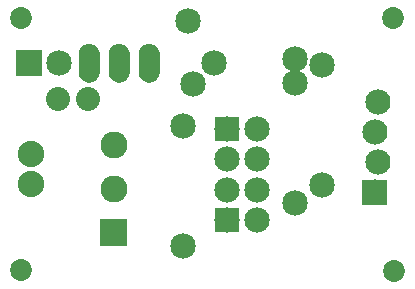
<source format=gts>
G04 MADE WITH FRITZING*
G04 WWW.FRITZING.ORG*
G04 DOUBLE SIDED*
G04 HOLES PLATED*
G04 CONTOUR ON CENTER OF CONTOUR VECTOR*
%ASAXBY*%
%FSLAX23Y23*%
%MOIN*%
%OFA0B0*%
%SFA1.0B1.0*%
%ADD10C,0.085000*%
%ADD11C,0.072992*%
%ADD12C,0.088000*%
%ADD13C,0.090000*%
%ADD14C,0.080000*%
%ADD15C,0.070000*%
%ADD16C,0.084000*%
%ADD17C,0.084472*%
%ADD18R,0.085000X0.085000*%
%ADD19R,0.084108X0.084472*%
%ADD20C,0.030000*%
%ADD21R,0.001000X0.001000*%
%LNMASK1*%
G90*
G70*
G54D10*
X623Y899D03*
X980Y773D03*
G54D11*
X65Y70D03*
X66Y908D03*
X1310Y65D03*
X1306Y910D03*
G54D12*
X99Y356D03*
X99Y456D03*
G54D13*
X374Y194D03*
X374Y339D03*
X374Y484D03*
X374Y194D03*
X374Y339D03*
X374Y484D03*
G54D10*
X639Y689D03*
X710Y759D03*
X93Y758D03*
X193Y758D03*
X1070Y353D03*
X1070Y753D03*
X979Y291D03*
X979Y691D03*
X605Y549D03*
X605Y149D03*
G54D14*
X189Y638D03*
X290Y638D03*
G54D15*
X293Y758D03*
X393Y758D03*
X493Y758D03*
X293Y758D03*
X393Y758D03*
X493Y758D03*
G54D16*
X1245Y328D03*
X1255Y428D03*
X1245Y528D03*
X1255Y628D03*
X1245Y328D03*
X1255Y428D03*
X1245Y528D03*
X1255Y628D03*
G54D17*
X753Y236D03*
X853Y236D03*
X753Y337D03*
X853Y337D03*
X753Y438D03*
X853Y438D03*
X753Y538D03*
X853Y538D03*
X753Y236D03*
X853Y236D03*
X753Y337D03*
X853Y337D03*
X753Y438D03*
X853Y438D03*
X753Y538D03*
X853Y538D03*
G54D18*
X93Y758D03*
G54D19*
X753Y236D03*
X753Y236D03*
X753Y538D03*
G54D20*
G36*
X639Y728D02*
X678Y689D01*
X639Y650D01*
X600Y689D01*
X639Y728D01*
G37*
D02*
G54D21*
X292Y823D02*
X293Y823D01*
X392Y823D02*
X393Y823D01*
X492Y823D02*
X493Y823D01*
X285Y822D02*
X300Y822D01*
X385Y822D02*
X400Y822D01*
X485Y822D02*
X500Y822D01*
X282Y821D02*
X303Y821D01*
X382Y821D02*
X403Y821D01*
X482Y821D02*
X503Y821D01*
X279Y820D02*
X306Y820D01*
X379Y820D02*
X406Y820D01*
X479Y820D02*
X506Y820D01*
X277Y819D02*
X308Y819D01*
X377Y819D02*
X408Y819D01*
X477Y819D02*
X508Y819D01*
X276Y818D02*
X310Y818D01*
X376Y818D02*
X410Y818D01*
X476Y818D02*
X510Y818D01*
X274Y817D02*
X311Y817D01*
X374Y817D02*
X411Y817D01*
X474Y817D02*
X511Y817D01*
X273Y816D02*
X313Y816D01*
X373Y816D02*
X413Y816D01*
X473Y816D02*
X513Y816D01*
X271Y815D02*
X314Y815D01*
X371Y815D02*
X414Y815D01*
X471Y815D02*
X514Y815D01*
X270Y814D02*
X315Y814D01*
X370Y814D02*
X415Y814D01*
X470Y814D02*
X515Y814D01*
X269Y813D02*
X316Y813D01*
X369Y813D02*
X416Y813D01*
X469Y813D02*
X516Y813D01*
X268Y812D02*
X317Y812D01*
X368Y812D02*
X417Y812D01*
X468Y812D02*
X517Y812D01*
X267Y811D02*
X318Y811D01*
X367Y811D02*
X418Y811D01*
X467Y811D02*
X518Y811D01*
X266Y810D02*
X319Y810D01*
X366Y810D02*
X419Y810D01*
X466Y810D02*
X519Y810D01*
X266Y809D02*
X320Y809D01*
X366Y809D02*
X420Y809D01*
X466Y809D02*
X520Y809D01*
X265Y808D02*
X320Y808D01*
X365Y808D02*
X420Y808D01*
X465Y808D02*
X520Y808D01*
X264Y807D02*
X321Y807D01*
X364Y807D02*
X421Y807D01*
X464Y807D02*
X521Y807D01*
X263Y806D02*
X322Y806D01*
X363Y806D02*
X422Y806D01*
X463Y806D02*
X522Y806D01*
X263Y805D02*
X322Y805D01*
X363Y805D02*
X422Y805D01*
X463Y805D02*
X522Y805D01*
X262Y804D02*
X323Y804D01*
X362Y804D02*
X423Y804D01*
X462Y804D02*
X523Y804D01*
X262Y803D02*
X323Y803D01*
X362Y803D02*
X423Y803D01*
X462Y803D02*
X523Y803D01*
X261Y802D02*
X324Y802D01*
X361Y802D02*
X424Y802D01*
X461Y802D02*
X524Y802D01*
X261Y801D02*
X324Y801D01*
X361Y801D02*
X424Y801D01*
X461Y801D02*
X524Y801D01*
X260Y800D02*
X325Y800D01*
X360Y800D02*
X425Y800D01*
X460Y800D02*
X525Y800D01*
X260Y799D02*
X325Y799D01*
X360Y799D02*
X425Y799D01*
X460Y799D02*
X525Y799D01*
X260Y798D02*
X326Y798D01*
X360Y798D02*
X426Y798D01*
X460Y798D02*
X526Y798D01*
X259Y797D02*
X326Y797D01*
X359Y797D02*
X426Y797D01*
X459Y797D02*
X526Y797D01*
X259Y796D02*
X326Y796D01*
X359Y796D02*
X426Y796D01*
X459Y796D02*
X526Y796D01*
X259Y795D02*
X326Y795D01*
X359Y795D02*
X426Y795D01*
X459Y795D02*
X526Y795D01*
X259Y794D02*
X327Y794D01*
X359Y794D02*
X427Y794D01*
X459Y794D02*
X527Y794D01*
X259Y793D02*
X327Y793D01*
X359Y793D02*
X427Y793D01*
X459Y793D02*
X527Y793D01*
X258Y792D02*
X327Y792D01*
X358Y792D02*
X427Y792D01*
X458Y792D02*
X527Y792D01*
X258Y791D02*
X327Y791D01*
X358Y791D02*
X427Y791D01*
X458Y791D02*
X527Y791D01*
X258Y790D02*
X327Y790D01*
X358Y790D02*
X427Y790D01*
X458Y790D02*
X527Y790D01*
X258Y789D02*
X327Y789D01*
X358Y789D02*
X427Y789D01*
X458Y789D02*
X527Y789D01*
X258Y788D02*
X327Y788D01*
X358Y788D02*
X427Y788D01*
X458Y788D02*
X527Y788D01*
X258Y787D02*
X327Y787D01*
X358Y787D02*
X427Y787D01*
X458Y787D02*
X527Y787D01*
X258Y786D02*
X327Y786D01*
X358Y786D02*
X427Y786D01*
X458Y786D02*
X527Y786D01*
X258Y785D02*
X327Y785D01*
X358Y785D02*
X427Y785D01*
X458Y785D02*
X527Y785D01*
X258Y784D02*
X327Y784D01*
X358Y784D02*
X427Y784D01*
X458Y784D02*
X527Y784D01*
X258Y783D02*
X327Y783D01*
X358Y783D02*
X427Y783D01*
X458Y783D02*
X527Y783D01*
X258Y782D02*
X327Y782D01*
X358Y782D02*
X427Y782D01*
X458Y782D02*
X527Y782D01*
X258Y781D02*
X327Y781D01*
X358Y781D02*
X427Y781D01*
X458Y781D02*
X527Y781D01*
X258Y780D02*
X327Y780D01*
X358Y780D02*
X427Y780D01*
X458Y780D02*
X527Y780D01*
X258Y779D02*
X327Y779D01*
X358Y779D02*
X427Y779D01*
X458Y779D02*
X527Y779D01*
X258Y778D02*
X327Y778D01*
X358Y778D02*
X427Y778D01*
X458Y778D02*
X527Y778D01*
X258Y777D02*
X327Y777D01*
X358Y777D02*
X427Y777D01*
X458Y777D02*
X527Y777D01*
X258Y776D02*
X327Y776D01*
X358Y776D02*
X427Y776D01*
X458Y776D02*
X527Y776D01*
X258Y775D02*
X327Y775D01*
X358Y775D02*
X427Y775D01*
X458Y775D02*
X527Y775D01*
X258Y774D02*
X327Y774D01*
X358Y774D02*
X427Y774D01*
X458Y774D02*
X527Y774D01*
X258Y773D02*
X291Y773D01*
X294Y773D02*
X327Y773D01*
X358Y773D02*
X391Y773D01*
X394Y773D02*
X427Y773D01*
X458Y773D02*
X491Y773D01*
X494Y773D02*
X527Y773D01*
X258Y772D02*
X286Y772D01*
X299Y772D02*
X327Y772D01*
X358Y772D02*
X386Y772D01*
X399Y772D02*
X427Y772D01*
X458Y772D02*
X486Y772D01*
X499Y772D02*
X527Y772D01*
X258Y771D02*
X284Y771D01*
X301Y771D02*
X327Y771D01*
X358Y771D02*
X384Y771D01*
X401Y771D02*
X427Y771D01*
X458Y771D02*
X484Y771D01*
X501Y771D02*
X527Y771D01*
X258Y770D02*
X283Y770D01*
X303Y770D02*
X327Y770D01*
X358Y770D02*
X383Y770D01*
X403Y770D02*
X427Y770D01*
X458Y770D02*
X483Y770D01*
X503Y770D02*
X527Y770D01*
X258Y769D02*
X281Y769D01*
X304Y769D02*
X327Y769D01*
X358Y769D02*
X381Y769D01*
X404Y769D02*
X427Y769D01*
X458Y769D02*
X481Y769D01*
X504Y769D02*
X527Y769D01*
X258Y768D02*
X281Y768D01*
X305Y768D02*
X327Y768D01*
X358Y768D02*
X381Y768D01*
X405Y768D02*
X427Y768D01*
X458Y768D02*
X481Y768D01*
X505Y768D02*
X527Y768D01*
X258Y767D02*
X280Y767D01*
X306Y767D02*
X327Y767D01*
X358Y767D02*
X380Y767D01*
X406Y767D02*
X427Y767D01*
X458Y767D02*
X480Y767D01*
X506Y767D02*
X527Y767D01*
X258Y766D02*
X279Y766D01*
X306Y766D02*
X327Y766D01*
X358Y766D02*
X379Y766D01*
X406Y766D02*
X427Y766D01*
X458Y766D02*
X479Y766D01*
X506Y766D02*
X527Y766D01*
X258Y765D02*
X279Y765D01*
X307Y765D02*
X327Y765D01*
X358Y765D02*
X379Y765D01*
X407Y765D02*
X427Y765D01*
X458Y765D02*
X479Y765D01*
X507Y765D02*
X527Y765D01*
X258Y764D02*
X278Y764D01*
X307Y764D02*
X327Y764D01*
X358Y764D02*
X378Y764D01*
X407Y764D02*
X427Y764D01*
X458Y764D02*
X478Y764D01*
X507Y764D02*
X527Y764D01*
X258Y763D02*
X278Y763D01*
X307Y763D02*
X327Y763D01*
X358Y763D02*
X378Y763D01*
X407Y763D02*
X427Y763D01*
X458Y763D02*
X478Y763D01*
X507Y763D02*
X527Y763D01*
X258Y762D02*
X278Y762D01*
X308Y762D02*
X327Y762D01*
X358Y762D02*
X378Y762D01*
X408Y762D02*
X427Y762D01*
X458Y762D02*
X478Y762D01*
X508Y762D02*
X527Y762D01*
X258Y761D02*
X277Y761D01*
X308Y761D02*
X327Y761D01*
X358Y761D02*
X377Y761D01*
X408Y761D02*
X427Y761D01*
X458Y761D02*
X477Y761D01*
X508Y761D02*
X527Y761D01*
X258Y760D02*
X277Y760D01*
X308Y760D02*
X327Y760D01*
X358Y760D02*
X377Y760D01*
X408Y760D02*
X427Y760D01*
X458Y760D02*
X477Y760D01*
X508Y760D02*
X527Y760D01*
X258Y759D02*
X277Y759D01*
X308Y759D02*
X327Y759D01*
X358Y759D02*
X377Y759D01*
X408Y759D02*
X427Y759D01*
X458Y759D02*
X477Y759D01*
X508Y759D02*
X527Y759D01*
X258Y758D02*
X277Y758D01*
X308Y758D02*
X327Y758D01*
X358Y758D02*
X377Y758D01*
X408Y758D02*
X427Y758D01*
X458Y758D02*
X477Y758D01*
X508Y758D02*
X527Y758D01*
X258Y757D02*
X277Y757D01*
X308Y757D02*
X327Y757D01*
X358Y757D02*
X377Y757D01*
X408Y757D02*
X427Y757D01*
X458Y757D02*
X477Y757D01*
X508Y757D02*
X527Y757D01*
X258Y756D02*
X277Y756D01*
X308Y756D02*
X327Y756D01*
X358Y756D02*
X377Y756D01*
X408Y756D02*
X427Y756D01*
X458Y756D02*
X477Y756D01*
X508Y756D02*
X527Y756D01*
X258Y755D02*
X277Y755D01*
X308Y755D02*
X327Y755D01*
X358Y755D02*
X377Y755D01*
X408Y755D02*
X427Y755D01*
X458Y755D02*
X477Y755D01*
X508Y755D02*
X527Y755D01*
X258Y754D02*
X278Y754D01*
X308Y754D02*
X327Y754D01*
X358Y754D02*
X378Y754D01*
X408Y754D02*
X427Y754D01*
X458Y754D02*
X478Y754D01*
X508Y754D02*
X527Y754D01*
X258Y753D02*
X278Y753D01*
X307Y753D02*
X327Y753D01*
X358Y753D02*
X378Y753D01*
X407Y753D02*
X427Y753D01*
X458Y753D02*
X478Y753D01*
X507Y753D02*
X527Y753D01*
X258Y752D02*
X278Y752D01*
X307Y752D02*
X327Y752D01*
X358Y752D02*
X378Y752D01*
X407Y752D02*
X427Y752D01*
X458Y752D02*
X478Y752D01*
X507Y752D02*
X527Y752D01*
X258Y751D02*
X279Y751D01*
X307Y751D02*
X327Y751D01*
X358Y751D02*
X379Y751D01*
X407Y751D02*
X427Y751D01*
X458Y751D02*
X479Y751D01*
X507Y751D02*
X527Y751D01*
X258Y750D02*
X279Y750D01*
X306Y750D02*
X327Y750D01*
X358Y750D02*
X379Y750D01*
X406Y750D02*
X427Y750D01*
X458Y750D02*
X479Y750D01*
X506Y750D02*
X527Y750D01*
X258Y749D02*
X280Y749D01*
X305Y749D02*
X327Y749D01*
X358Y749D02*
X380Y749D01*
X405Y749D02*
X427Y749D01*
X458Y749D02*
X480Y749D01*
X505Y749D02*
X527Y749D01*
X258Y748D02*
X281Y748D01*
X305Y748D02*
X327Y748D01*
X358Y748D02*
X381Y748D01*
X405Y748D02*
X427Y748D01*
X458Y748D02*
X481Y748D01*
X505Y748D02*
X527Y748D01*
X258Y747D02*
X282Y747D01*
X304Y747D02*
X327Y747D01*
X358Y747D02*
X382Y747D01*
X404Y747D02*
X427Y747D01*
X458Y747D02*
X482Y747D01*
X504Y747D02*
X527Y747D01*
X258Y746D02*
X283Y746D01*
X303Y746D02*
X327Y746D01*
X358Y746D02*
X383Y746D01*
X403Y746D02*
X427Y746D01*
X458Y746D02*
X483Y746D01*
X503Y746D02*
X527Y746D01*
X258Y745D02*
X284Y745D01*
X301Y745D02*
X327Y745D01*
X358Y745D02*
X384Y745D01*
X401Y745D02*
X427Y745D01*
X458Y745D02*
X484Y745D01*
X501Y745D02*
X527Y745D01*
X258Y744D02*
X287Y744D01*
X299Y744D02*
X327Y744D01*
X358Y744D02*
X387Y744D01*
X399Y744D02*
X427Y744D01*
X458Y744D02*
X487Y744D01*
X499Y744D02*
X527Y744D01*
X258Y743D02*
X327Y743D01*
X358Y743D02*
X427Y743D01*
X458Y743D02*
X527Y743D01*
X258Y742D02*
X327Y742D01*
X358Y742D02*
X427Y742D01*
X458Y742D02*
X527Y742D01*
X258Y741D02*
X327Y741D01*
X358Y741D02*
X427Y741D01*
X458Y741D02*
X527Y741D01*
X258Y740D02*
X327Y740D01*
X358Y740D02*
X427Y740D01*
X458Y740D02*
X527Y740D01*
X258Y739D02*
X327Y739D01*
X358Y739D02*
X427Y739D01*
X458Y739D02*
X527Y739D01*
X258Y738D02*
X327Y738D01*
X358Y738D02*
X427Y738D01*
X458Y738D02*
X527Y738D01*
X258Y737D02*
X327Y737D01*
X358Y737D02*
X427Y737D01*
X458Y737D02*
X527Y737D01*
X258Y736D02*
X327Y736D01*
X358Y736D02*
X427Y736D01*
X458Y736D02*
X527Y736D01*
X258Y735D02*
X327Y735D01*
X358Y735D02*
X427Y735D01*
X458Y735D02*
X527Y735D01*
X258Y734D02*
X327Y734D01*
X358Y734D02*
X427Y734D01*
X458Y734D02*
X527Y734D01*
X258Y733D02*
X327Y733D01*
X358Y733D02*
X427Y733D01*
X458Y733D02*
X527Y733D01*
X258Y732D02*
X327Y732D01*
X358Y732D02*
X427Y732D01*
X458Y732D02*
X527Y732D01*
X258Y731D02*
X327Y731D01*
X358Y731D02*
X427Y731D01*
X458Y731D02*
X527Y731D01*
X258Y730D02*
X327Y730D01*
X358Y730D02*
X427Y730D01*
X458Y730D02*
X527Y730D01*
X258Y729D02*
X327Y729D01*
X358Y729D02*
X427Y729D01*
X458Y729D02*
X527Y729D01*
X258Y728D02*
X327Y728D01*
X358Y728D02*
X427Y728D01*
X458Y728D02*
X527Y728D01*
X258Y727D02*
X327Y727D01*
X358Y727D02*
X427Y727D01*
X458Y727D02*
X527Y727D01*
X258Y726D02*
X327Y726D01*
X358Y726D02*
X427Y726D01*
X458Y726D02*
X527Y726D01*
X258Y725D02*
X327Y725D01*
X358Y725D02*
X427Y725D01*
X458Y725D02*
X527Y725D01*
X258Y724D02*
X327Y724D01*
X358Y724D02*
X427Y724D01*
X458Y724D02*
X527Y724D01*
X259Y723D02*
X327Y723D01*
X359Y723D02*
X427Y723D01*
X459Y723D02*
X527Y723D01*
X259Y722D02*
X327Y722D01*
X359Y722D02*
X427Y722D01*
X459Y722D02*
X527Y722D01*
X259Y721D02*
X326Y721D01*
X359Y721D02*
X426Y721D01*
X459Y721D02*
X526Y721D01*
X259Y720D02*
X326Y720D01*
X359Y720D02*
X426Y720D01*
X459Y720D02*
X526Y720D01*
X259Y719D02*
X326Y719D01*
X359Y719D02*
X426Y719D01*
X459Y719D02*
X526Y719D01*
X260Y718D02*
X326Y718D01*
X360Y718D02*
X426Y718D01*
X460Y718D02*
X526Y718D01*
X260Y717D02*
X325Y717D01*
X360Y717D02*
X425Y717D01*
X460Y717D02*
X525Y717D01*
X261Y716D02*
X325Y716D01*
X361Y716D02*
X425Y716D01*
X461Y716D02*
X525Y716D01*
X261Y715D02*
X324Y715D01*
X361Y715D02*
X424Y715D01*
X461Y715D02*
X524Y715D01*
X261Y714D02*
X324Y714D01*
X361Y714D02*
X424Y714D01*
X461Y714D02*
X524Y714D01*
X262Y713D02*
X323Y713D01*
X362Y713D02*
X423Y713D01*
X462Y713D02*
X523Y713D01*
X262Y712D02*
X323Y712D01*
X362Y712D02*
X423Y712D01*
X462Y712D02*
X523Y712D01*
X263Y711D02*
X322Y711D01*
X363Y711D02*
X422Y711D01*
X463Y711D02*
X522Y711D01*
X264Y710D02*
X322Y710D01*
X364Y710D02*
X422Y710D01*
X464Y710D02*
X522Y710D01*
X264Y709D02*
X321Y709D01*
X364Y709D02*
X421Y709D01*
X464Y709D02*
X521Y709D01*
X265Y708D02*
X320Y708D01*
X365Y708D02*
X420Y708D01*
X465Y708D02*
X520Y708D01*
X266Y707D02*
X320Y707D01*
X366Y707D02*
X420Y707D01*
X466Y707D02*
X520Y707D01*
X266Y706D02*
X319Y706D01*
X366Y706D02*
X419Y706D01*
X466Y706D02*
X519Y706D01*
X267Y705D02*
X318Y705D01*
X367Y705D02*
X418Y705D01*
X467Y705D02*
X518Y705D01*
X268Y704D02*
X317Y704D01*
X368Y704D02*
X417Y704D01*
X468Y704D02*
X517Y704D01*
X269Y703D02*
X316Y703D01*
X369Y703D02*
X416Y703D01*
X469Y703D02*
X516Y703D01*
X270Y702D02*
X315Y702D01*
X370Y702D02*
X415Y702D01*
X470Y702D02*
X515Y702D01*
X272Y701D02*
X314Y701D01*
X372Y701D02*
X414Y701D01*
X472Y701D02*
X514Y701D01*
X273Y700D02*
X312Y700D01*
X373Y700D02*
X412Y700D01*
X473Y700D02*
X512Y700D01*
X274Y699D02*
X311Y699D01*
X374Y699D02*
X411Y699D01*
X474Y699D02*
X511Y699D01*
X276Y698D02*
X309Y698D01*
X376Y698D02*
X409Y698D01*
X476Y698D02*
X509Y698D01*
X278Y697D02*
X308Y697D01*
X378Y697D02*
X408Y697D01*
X478Y697D02*
X508Y697D01*
X280Y696D02*
X306Y696D01*
X380Y696D02*
X406Y696D01*
X480Y696D02*
X506Y696D01*
X282Y695D02*
X303Y695D01*
X382Y695D02*
X403Y695D01*
X482Y695D02*
X503Y695D01*
X286Y694D02*
X300Y694D01*
X386Y694D02*
X400Y694D01*
X486Y694D02*
X500Y694D01*
X1203Y370D02*
X1286Y370D01*
X1203Y369D02*
X1286Y369D01*
X1203Y368D02*
X1286Y368D01*
X1203Y367D02*
X1286Y367D01*
X1203Y366D02*
X1286Y366D01*
X1203Y365D02*
X1286Y365D01*
X1203Y364D02*
X1286Y364D01*
X1203Y363D02*
X1286Y363D01*
X1203Y362D02*
X1286Y362D01*
X1203Y361D02*
X1286Y361D01*
X1203Y360D02*
X1286Y360D01*
X1203Y359D02*
X1286Y359D01*
X1203Y358D02*
X1286Y358D01*
X1203Y357D02*
X1286Y357D01*
X1203Y356D02*
X1286Y356D01*
X1203Y355D02*
X1286Y355D01*
X1203Y354D02*
X1286Y354D01*
X1203Y353D02*
X1286Y353D01*
X1203Y352D02*
X1286Y352D01*
X1203Y351D02*
X1286Y351D01*
X1203Y350D02*
X1286Y350D01*
X1203Y349D02*
X1286Y349D01*
X1203Y348D02*
X1286Y348D01*
X1203Y347D02*
X1286Y347D01*
X1203Y346D02*
X1286Y346D01*
X1203Y345D02*
X1286Y345D01*
X1203Y344D02*
X1286Y344D01*
X1203Y343D02*
X1240Y343D01*
X1250Y343D02*
X1286Y343D01*
X1203Y342D02*
X1237Y342D01*
X1252Y342D02*
X1286Y342D01*
X1203Y341D02*
X1235Y341D01*
X1254Y341D02*
X1286Y341D01*
X1203Y340D02*
X1234Y340D01*
X1255Y340D02*
X1286Y340D01*
X1203Y339D02*
X1233Y339D01*
X1256Y339D02*
X1286Y339D01*
X1203Y338D02*
X1232Y338D01*
X1257Y338D02*
X1286Y338D01*
X1203Y337D02*
X1231Y337D01*
X1258Y337D02*
X1286Y337D01*
X1203Y336D02*
X1231Y336D01*
X1259Y336D02*
X1286Y336D01*
X1203Y335D02*
X1230Y335D01*
X1259Y335D02*
X1286Y335D01*
X1203Y334D02*
X1230Y334D01*
X1259Y334D02*
X1286Y334D01*
X1203Y333D02*
X1230Y333D01*
X1260Y333D02*
X1286Y333D01*
X1203Y332D02*
X1230Y332D01*
X1260Y332D02*
X1286Y332D01*
X1203Y331D02*
X1229Y331D01*
X1260Y331D02*
X1286Y331D01*
X1203Y330D02*
X1229Y330D01*
X1260Y330D02*
X1286Y330D01*
X1203Y329D02*
X1229Y329D01*
X1260Y329D02*
X1286Y329D01*
X1203Y328D02*
X1229Y328D01*
X1260Y328D02*
X1286Y328D01*
X1203Y327D02*
X1229Y327D01*
X1260Y327D02*
X1286Y327D01*
X1203Y326D02*
X1229Y326D01*
X1260Y326D02*
X1286Y326D01*
X1203Y325D02*
X1230Y325D01*
X1260Y325D02*
X1286Y325D01*
X1203Y324D02*
X1230Y324D01*
X1260Y324D02*
X1286Y324D01*
X1203Y323D02*
X1230Y323D01*
X1259Y323D02*
X1286Y323D01*
X1203Y322D02*
X1231Y322D01*
X1259Y322D02*
X1286Y322D01*
X1203Y321D02*
X1231Y321D01*
X1258Y321D02*
X1286Y321D01*
X1203Y320D02*
X1232Y320D01*
X1258Y320D02*
X1286Y320D01*
X1203Y319D02*
X1232Y319D01*
X1257Y319D02*
X1286Y319D01*
X1203Y318D02*
X1233Y318D01*
X1256Y318D02*
X1286Y318D01*
X1203Y317D02*
X1234Y317D01*
X1255Y317D02*
X1286Y317D01*
X1203Y316D02*
X1236Y316D01*
X1254Y316D02*
X1286Y316D01*
X1203Y315D02*
X1238Y315D01*
X1252Y315D02*
X1286Y315D01*
X1203Y314D02*
X1241Y314D01*
X1249Y314D02*
X1286Y314D01*
X1203Y313D02*
X1286Y313D01*
X1203Y312D02*
X1286Y312D01*
X1203Y311D02*
X1286Y311D01*
X1203Y310D02*
X1286Y310D01*
X1203Y309D02*
X1286Y309D01*
X1203Y308D02*
X1286Y308D01*
X1203Y307D02*
X1286Y307D01*
X1203Y306D02*
X1286Y306D01*
X1203Y305D02*
X1286Y305D01*
X1203Y304D02*
X1286Y304D01*
X1203Y303D02*
X1286Y303D01*
X1203Y302D02*
X1286Y302D01*
X1203Y301D02*
X1286Y301D01*
X1203Y300D02*
X1286Y300D01*
X1203Y299D02*
X1286Y299D01*
X1203Y298D02*
X1286Y298D01*
X1203Y297D02*
X1286Y297D01*
X1203Y296D02*
X1286Y296D01*
X1203Y295D02*
X1286Y295D01*
X1203Y294D02*
X1286Y294D01*
X1203Y293D02*
X1286Y293D01*
X1203Y292D02*
X1286Y292D01*
X1203Y291D02*
X1286Y291D01*
X1203Y290D02*
X1286Y290D01*
X1203Y289D02*
X1286Y289D01*
X1203Y288D02*
X1286Y288D01*
X1203Y287D02*
X1286Y287D01*
X329Y239D02*
X418Y239D01*
X329Y238D02*
X418Y238D01*
X329Y237D02*
X418Y237D01*
X329Y236D02*
X418Y236D01*
X329Y235D02*
X418Y235D01*
X329Y234D02*
X418Y234D01*
X329Y233D02*
X418Y233D01*
X329Y232D02*
X418Y232D01*
X329Y231D02*
X418Y231D01*
X329Y230D02*
X418Y230D01*
X329Y229D02*
X418Y229D01*
X329Y228D02*
X418Y228D01*
X329Y227D02*
X418Y227D01*
X329Y226D02*
X418Y226D01*
X329Y225D02*
X418Y225D01*
X329Y224D02*
X418Y224D01*
X329Y223D02*
X418Y223D01*
X329Y222D02*
X418Y222D01*
X329Y221D02*
X418Y221D01*
X329Y220D02*
X418Y220D01*
X329Y219D02*
X418Y219D01*
X329Y218D02*
X418Y218D01*
X329Y217D02*
X418Y217D01*
X329Y216D02*
X418Y216D01*
X329Y215D02*
X418Y215D01*
X329Y214D02*
X418Y214D01*
X329Y213D02*
X369Y213D01*
X379Y213D02*
X418Y213D01*
X329Y212D02*
X366Y212D01*
X382Y212D02*
X418Y212D01*
X329Y211D02*
X364Y211D01*
X384Y211D02*
X418Y211D01*
X329Y210D02*
X362Y210D01*
X385Y210D02*
X418Y210D01*
X329Y209D02*
X361Y209D01*
X387Y209D02*
X418Y209D01*
X329Y208D02*
X360Y208D01*
X388Y208D02*
X418Y208D01*
X329Y207D02*
X359Y207D01*
X389Y207D02*
X418Y207D01*
X329Y206D02*
X358Y206D01*
X389Y206D02*
X418Y206D01*
X329Y205D02*
X358Y205D01*
X390Y205D02*
X418Y205D01*
X329Y204D02*
X357Y204D01*
X391Y204D02*
X418Y204D01*
X329Y203D02*
X357Y203D01*
X391Y203D02*
X418Y203D01*
X329Y202D02*
X356Y202D01*
X392Y202D02*
X418Y202D01*
X329Y201D02*
X356Y201D01*
X392Y201D02*
X418Y201D01*
X329Y200D02*
X355Y200D01*
X392Y200D02*
X418Y200D01*
X329Y199D02*
X355Y199D01*
X393Y199D02*
X418Y199D01*
X329Y198D02*
X355Y198D01*
X393Y198D02*
X418Y198D01*
X329Y197D02*
X355Y197D01*
X393Y197D02*
X418Y197D01*
X329Y196D02*
X355Y196D01*
X393Y196D02*
X418Y196D01*
X329Y195D02*
X355Y195D01*
X393Y195D02*
X418Y195D01*
X329Y194D02*
X355Y194D01*
X393Y194D02*
X418Y194D01*
X329Y193D02*
X355Y193D01*
X393Y193D02*
X418Y193D01*
X329Y192D02*
X355Y192D01*
X393Y192D02*
X418Y192D01*
X329Y191D02*
X355Y191D01*
X393Y191D02*
X418Y191D01*
X329Y190D02*
X355Y190D01*
X392Y190D02*
X418Y190D01*
X329Y189D02*
X356Y189D01*
X392Y189D02*
X418Y189D01*
X329Y188D02*
X356Y188D01*
X392Y188D02*
X418Y188D01*
X329Y187D02*
X356Y187D01*
X391Y187D02*
X418Y187D01*
X329Y186D02*
X357Y186D01*
X391Y186D02*
X418Y186D01*
X329Y185D02*
X358Y185D01*
X390Y185D02*
X418Y185D01*
X329Y184D02*
X358Y184D01*
X389Y184D02*
X418Y184D01*
X329Y183D02*
X359Y183D01*
X389Y183D02*
X418Y183D01*
X329Y182D02*
X360Y182D01*
X388Y182D02*
X418Y182D01*
X329Y181D02*
X361Y181D01*
X387Y181D02*
X418Y181D01*
X329Y180D02*
X362Y180D01*
X386Y180D02*
X418Y180D01*
X329Y179D02*
X363Y179D01*
X384Y179D02*
X418Y179D01*
X329Y178D02*
X365Y178D01*
X382Y178D02*
X418Y178D01*
X329Y177D02*
X368Y177D01*
X380Y177D02*
X418Y177D01*
X329Y176D02*
X418Y176D01*
X329Y175D02*
X418Y175D01*
X329Y174D02*
X418Y174D01*
X329Y173D02*
X418Y173D01*
X329Y172D02*
X418Y172D01*
X329Y171D02*
X418Y171D01*
X329Y170D02*
X418Y170D01*
X329Y169D02*
X418Y169D01*
X329Y168D02*
X418Y168D01*
X329Y167D02*
X418Y167D01*
X329Y166D02*
X418Y166D01*
X329Y165D02*
X418Y165D01*
X329Y164D02*
X418Y164D01*
X329Y163D02*
X418Y163D01*
X329Y162D02*
X418Y162D01*
X329Y161D02*
X418Y161D01*
X329Y160D02*
X418Y160D01*
X329Y159D02*
X418Y159D01*
X329Y158D02*
X418Y158D01*
X329Y157D02*
X418Y157D01*
X329Y156D02*
X418Y156D01*
X329Y155D02*
X418Y155D01*
X329Y154D02*
X418Y154D01*
X329Y153D02*
X418Y153D01*
X329Y152D02*
X418Y152D01*
X329Y151D02*
X418Y151D01*
X330Y150D02*
X418Y150D01*
D02*
G04 End of Mask1*
M02*
</source>
